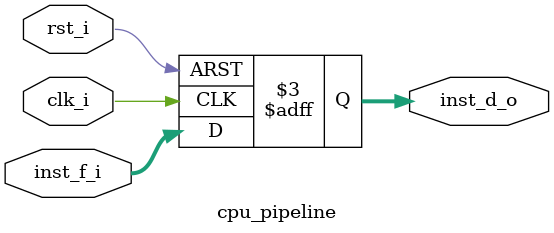
<source format=v>
module cpu_pipeline (
   input                clk_i,        
   input                rst_i,        
   input [31:0]         inst_f_i,     // bellekten gelen buyruk sinyali
   output reg [31:0]    inst_d_o      // pşpeline kaydedicisinin çıkışı 
);

   initial begin
      inst_d_o = 32'b0;              // 0 değeri atadım
   end

  
   always @(posedge clk_i or posedge rst_i) begin
      if (rst_i) begin              
         inst_d_o <= 32'b0;          
      end else begin                  
         inst_d_o <= inst_f_i;     // çıkışa ata
      end
   end

endmodule
</source>
